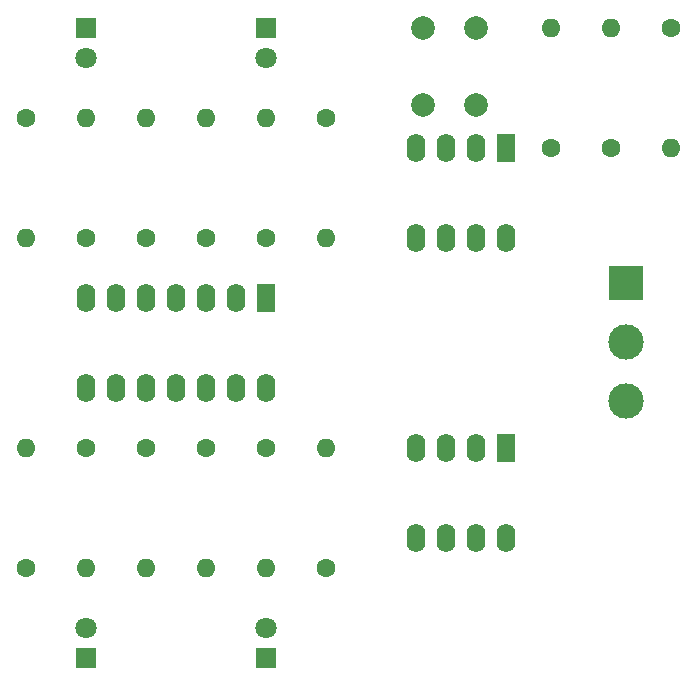
<source format=gts>
G04 #@! TF.GenerationSoftware,KiCad,Pcbnew,6.0.1-79c1e3a40b~116~ubuntu20.04.1*
G04 #@! TF.CreationDate,2022-01-30T08:46:23-05:00*
G04 #@! TF.ProjectId,opamptest,6f70616d-7074-4657-9374-2e6b69636164,rev?*
G04 #@! TF.SameCoordinates,Original*
G04 #@! TF.FileFunction,Soldermask,Top*
G04 #@! TF.FilePolarity,Negative*
%FSLAX46Y46*%
G04 Gerber Fmt 4.6, Leading zero omitted, Abs format (unit mm)*
G04 Created by KiCad (PCBNEW 6.0.1-79c1e3a40b~116~ubuntu20.04.1) date 2022-01-30 08:46:23*
%MOMM*%
%LPD*%
G01*
G04 APERTURE LIST*
%ADD10C,1.600000*%
%ADD11O,1.600000X1.600000*%
%ADD12R,1.600000X2.400000*%
%ADD13O,1.600000X2.400000*%
%ADD14R,1.800000X1.800000*%
%ADD15C,1.800000*%
%ADD16R,3.000000X3.000000*%
%ADD17C,3.000000*%
%ADD18C,2.000000*%
G04 APERTURE END LIST*
D10*
G04 #@! TO.C,R8*
X137160000Y-55880000D03*
D11*
X137160000Y-45720000D03*
G04 #@! TD*
D10*
G04 #@! TO.C,R5*
X152400000Y-55880000D03*
D11*
X152400000Y-45720000D03*
G04 #@! TD*
D12*
G04 #@! TO.C,U2*
X152405000Y-60960000D03*
D13*
X149865000Y-60960000D03*
X147325000Y-60960000D03*
X144785000Y-60960000D03*
X142245000Y-60960000D03*
X139705000Y-60960000D03*
X137165000Y-60960000D03*
X137165000Y-68580000D03*
X139705000Y-68580000D03*
X142245000Y-68580000D03*
X144785000Y-68580000D03*
X147325000Y-68580000D03*
X149865000Y-68580000D03*
X152405000Y-68580000D03*
G04 #@! TD*
D10*
G04 #@! TO.C,R10*
X132080000Y-83820000D03*
D11*
X132080000Y-73660000D03*
G04 #@! TD*
D10*
G04 #@! TO.C,R12*
X147320000Y-73660000D03*
D11*
X147320000Y-83820000D03*
G04 #@! TD*
D12*
G04 #@! TO.C,U1*
X172720000Y-48260000D03*
D13*
X170180000Y-48260000D03*
X167640000Y-48260000D03*
X165100000Y-48260000D03*
X165100000Y-55880000D03*
X167640000Y-55880000D03*
X170180000Y-55880000D03*
X172720000Y-55880000D03*
G04 #@! TD*
D10*
G04 #@! TO.C,R2*
X186690000Y-38100000D03*
D11*
X186690000Y-48260000D03*
G04 #@! TD*
D10*
G04 #@! TO.C,R13*
X157480000Y-83820000D03*
D11*
X157480000Y-73660000D03*
G04 #@! TD*
D10*
G04 #@! TO.C,R11*
X137160000Y-73660000D03*
D11*
X137160000Y-83820000D03*
G04 #@! TD*
D14*
G04 #@! TO.C,D3*
X137160000Y-91440000D03*
D15*
X137160000Y-88900000D03*
G04 #@! TD*
D10*
G04 #@! TO.C,R6*
X142240000Y-55880000D03*
D11*
X142240000Y-45720000D03*
G04 #@! TD*
D10*
G04 #@! TO.C,R1*
X181610000Y-48260000D03*
D11*
X181610000Y-38100000D03*
G04 #@! TD*
D12*
G04 #@! TO.C,U3*
X172720000Y-73660000D03*
D13*
X170180000Y-73660000D03*
X167640000Y-73660000D03*
X165100000Y-73660000D03*
X165100000Y-81280000D03*
X167640000Y-81280000D03*
X170180000Y-81280000D03*
X172720000Y-81280000D03*
G04 #@! TD*
D10*
G04 #@! TO.C,R14*
X152400000Y-73660000D03*
D11*
X152400000Y-83820000D03*
G04 #@! TD*
D10*
G04 #@! TO.C,R3*
X147320000Y-55880000D03*
D11*
X147320000Y-45720000D03*
G04 #@! TD*
D10*
G04 #@! TO.C,R4*
X157480000Y-45720000D03*
D11*
X157480000Y-55880000D03*
G04 #@! TD*
D10*
G04 #@! TO.C,R15*
X176530000Y-48260000D03*
D11*
X176530000Y-38100000D03*
G04 #@! TD*
D10*
G04 #@! TO.C,R9*
X142240000Y-73660000D03*
D11*
X142240000Y-83820000D03*
G04 #@! TD*
D14*
G04 #@! TO.C,D1*
X152400000Y-38100000D03*
D15*
X152400000Y-40640000D03*
G04 #@! TD*
D10*
G04 #@! TO.C,R7*
X132080000Y-45720000D03*
D11*
X132080000Y-55880000D03*
G04 #@! TD*
D16*
G04 #@! TO.C,J1*
X182880000Y-59690000D03*
D17*
X182880000Y-64690000D03*
X182880000Y-69690000D03*
G04 #@! TD*
D14*
G04 #@! TO.C,D4*
X152400000Y-91440000D03*
D15*
X152400000Y-88900000D03*
G04 #@! TD*
D18*
G04 #@! TO.C,SW1*
X170180000Y-44600000D03*
X170180000Y-38100000D03*
X165680000Y-44600000D03*
X165680000Y-38100000D03*
G04 #@! TD*
D14*
G04 #@! TO.C,D2*
X137160000Y-38100000D03*
D15*
X137160000Y-40640000D03*
G04 #@! TD*
M02*

</source>
